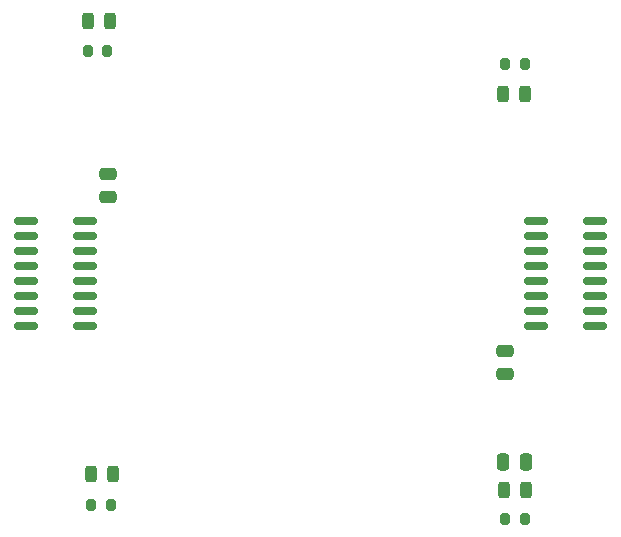
<source format=gbr>
%TF.GenerationSoftware,KiCad,Pcbnew,9.0.0*%
%TF.CreationDate,2025-02-22T16:31:38-08:00*%
%TF.ProjectId,TouchDRO,546f7563-6844-4524-9f2e-6b696361645f,0.1*%
%TF.SameCoordinates,Original*%
%TF.FileFunction,Paste,Top*%
%TF.FilePolarity,Positive*%
%FSLAX46Y46*%
G04 Gerber Fmt 4.6, Leading zero omitted, Abs format (unit mm)*
G04 Created by KiCad (PCBNEW 9.0.0) date 2025-02-22 16:31:38*
%MOMM*%
%LPD*%
G01*
G04 APERTURE LIST*
G04 Aperture macros list*
%AMRoundRect*
0 Rectangle with rounded corners*
0 $1 Rounding radius*
0 $2 $3 $4 $5 $6 $7 $8 $9 X,Y pos of 4 corners*
0 Add a 4 corners polygon primitive as box body*
4,1,4,$2,$3,$4,$5,$6,$7,$8,$9,$2,$3,0*
0 Add four circle primitives for the rounded corners*
1,1,$1+$1,$2,$3*
1,1,$1+$1,$4,$5*
1,1,$1+$1,$6,$7*
1,1,$1+$1,$8,$9*
0 Add four rect primitives between the rounded corners*
20,1,$1+$1,$2,$3,$4,$5,0*
20,1,$1+$1,$4,$5,$6,$7,0*
20,1,$1+$1,$6,$7,$8,$9,0*
20,1,$1+$1,$8,$9,$2,$3,0*%
G04 Aperture macros list end*
%ADD10RoundRect,0.250000X-0.475000X0.250000X-0.475000X-0.250000X0.475000X-0.250000X0.475000X0.250000X0*%
%ADD11RoundRect,0.243750X-0.243750X-0.456250X0.243750X-0.456250X0.243750X0.456250X-0.243750X0.456250X0*%
%ADD12RoundRect,0.200000X-0.200000X-0.275000X0.200000X-0.275000X0.200000X0.275000X-0.200000X0.275000X0*%
%ADD13RoundRect,0.243750X0.243750X0.456250X-0.243750X0.456250X-0.243750X-0.456250X0.243750X-0.456250X0*%
%ADD14RoundRect,0.250000X0.475000X-0.250000X0.475000X0.250000X-0.475000X0.250000X-0.475000X-0.250000X0*%
%ADD15RoundRect,0.150000X-0.825000X-0.150000X0.825000X-0.150000X0.825000X0.150000X-0.825000X0.150000X0*%
%ADD16RoundRect,0.150000X0.825000X0.150000X-0.825000X0.150000X-0.825000X-0.150000X0.825000X-0.150000X0*%
%ADD17RoundRect,0.200000X0.200000X0.275000X-0.200000X0.275000X-0.200000X-0.275000X0.200000X-0.275000X0*%
%ADD18RoundRect,0.250000X-0.250000X-0.475000X0.250000X-0.475000X0.250000X0.475000X-0.250000X0.475000X0*%
G04 APERTURE END LIST*
D10*
%TO.C,C1*%
X90220800Y-71998800D03*
X90220800Y-73898800D03*
%TD*%
D11*
%TO.C,D3*%
X54840900Y-43992800D03*
X56715900Y-43992800D03*
%TD*%
%TO.C,D1*%
X55122600Y-82397600D03*
X56997600Y-82397600D03*
%TD*%
D12*
%TO.C,R3*%
X54851800Y-46532800D03*
X56501800Y-46532800D03*
%TD*%
D13*
%TO.C,D2*%
X91920300Y-50190400D03*
X90045300Y-50190400D03*
%TD*%
D14*
%TO.C,C3*%
X56591200Y-58912800D03*
X56591200Y-57012800D03*
%TD*%
D15*
%TO.C,U2*%
X49660000Y-60960000D03*
X49660000Y-62230000D03*
X49660000Y-63500000D03*
X49660000Y-64770000D03*
X49660000Y-66040000D03*
X49660000Y-67310000D03*
X49660000Y-68580000D03*
X49660000Y-69850000D03*
X54610000Y-69850000D03*
X54610000Y-68580000D03*
X54610000Y-67310000D03*
X54610000Y-66040000D03*
X54610000Y-64770000D03*
X54610000Y-63500000D03*
X54610000Y-62230000D03*
X54610000Y-60960000D03*
%TD*%
D16*
%TO.C,U3*%
X97790000Y-69850000D03*
X97790000Y-68580000D03*
X97790000Y-67310000D03*
X97790000Y-66040000D03*
X97790000Y-64770000D03*
X97790000Y-63500000D03*
X97790000Y-62230000D03*
X97790000Y-60960000D03*
X92840000Y-60960000D03*
X92840000Y-62230000D03*
X92840000Y-63500000D03*
X92840000Y-64770000D03*
X92840000Y-66040000D03*
X92840000Y-67310000D03*
X92840000Y-68580000D03*
X92840000Y-69850000D03*
%TD*%
D17*
%TO.C,R2*%
X91858600Y-47701200D03*
X90208600Y-47701200D03*
%TD*%
D12*
%TO.C,R1*%
X55168800Y-85039200D03*
X56818800Y-85039200D03*
%TD*%
D13*
%TO.C,D4*%
X91958900Y-83718400D03*
X90083900Y-83718400D03*
%TD*%
D18*
%TO.C,C2*%
X90048000Y-81407000D03*
X91948000Y-81407000D03*
%TD*%
D12*
%TO.C,R4*%
X90208600Y-86156800D03*
X91858600Y-86156800D03*
%TD*%
M02*

</source>
